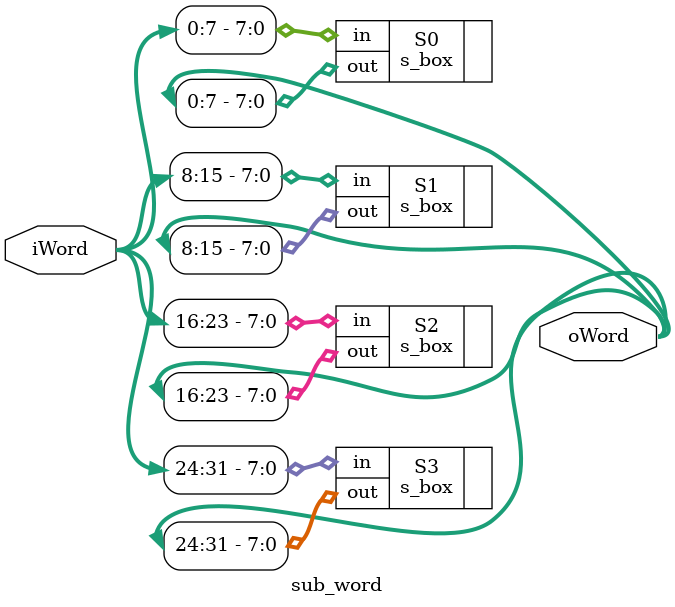
<source format=v>
module sub_word(
input  [0:31] iWord,
output [0:31] oWord
);

s_box S0(
.in(iWord[0:7]),
.out(oWord[0:7])
);

s_box S1(
.in(iWord[8:15]),
.out(oWord[8:15])
);

s_box S2(
.in(iWord[16:23]),
.out(oWord[16:23])
);

s_box S3(
.in(iWord[24:31]),
.out(oWord[24:31])
);

endmodule

</source>
